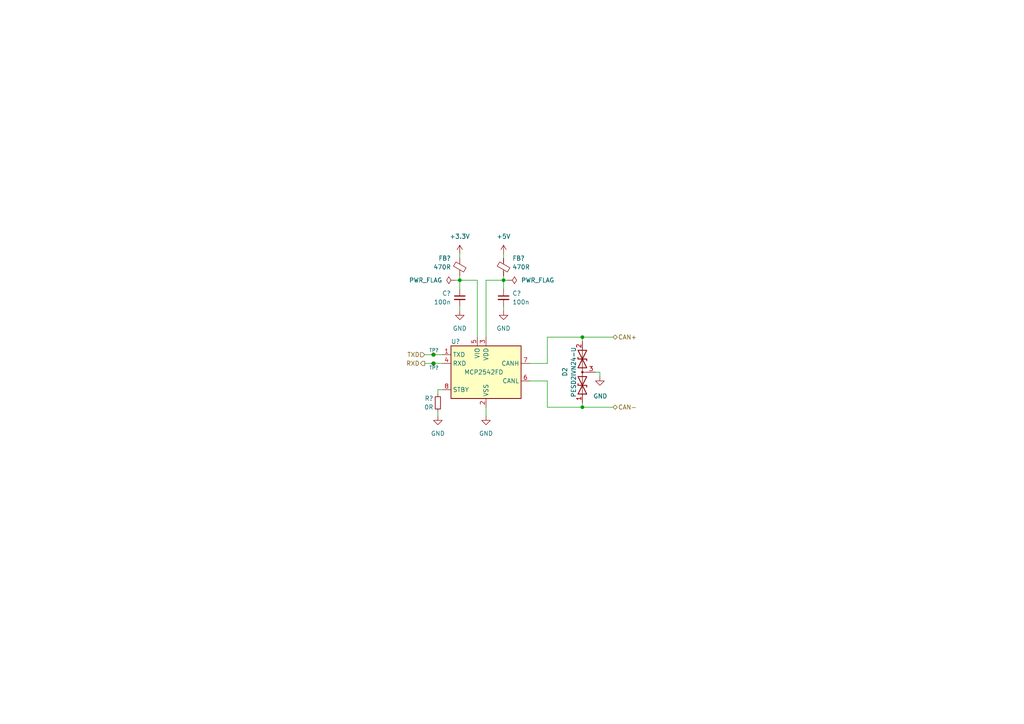
<source format=kicad_sch>
(kicad_sch (version 20230121) (generator eeschema)
  (paper "A4")
  (title_block (title "CAN Transceiver") (date "2023-11-17") (rev "${REVISION}") (company "Author: I. Kajdan") (comment 1 "Reviewer:"))
  (lib_symbols
    (symbol "Connector:TestPoint_Small" (pin_numbers hide) (pin_names (offset 0.762) hide)
      (property "Reference" "TP" (at 0 3.81 0))
      (property "Value" "TestPoint_Small" (at 0 2.032 0))
      (symbol "TestPoint_Small_0_1"
        (circle (center 0 0) (radius 0.508))
      )
      (symbol "TestPoint_Small_1_1"
        (pin passive line (at 0 0 90) (length 0) (name "1") (number "1"))
      )
    )
    (symbol "Device:C_Small" (pin_numbers hide) (pin_names (offset 0.254) hide)
      (property "Reference" "C" (at 0.254 1.778 0))
      (property "Value" "C_Small" (at 0.254 -2.032 0))
      (symbol "C_Small_0_1"
        (polyline (pts (xy -1.524 -0.508) (xy 1.524 -0.508)) (stroke (width 0.3302)))
        (polyline (pts (xy -1.524 0.508) (xy 1.524 0.508)) (stroke (width 0.3048)))
      )
      (symbol "C_Small_1_1"
        (pin passive line (at 0 2.54 270) (length 2.032) (name "~") (number "1"))
        (pin passive line (at 0 -2.54 90) (length 2.032) (name "~") (number "2"))
      )
    )
    (symbol "Device:D_TVS_Dual_AAC" (pin_names (offset 1.016) hide)
      (property "Reference" "D" (at 0 4.445 0))
      (property "Value" "D_TVS_Dual_AAC" (at 0 2.54 0))
      (symbol "D_TVS_Dual_AAC_0_0"
        (polyline (pts (xy 0 -1.27) (xy 0 0)))
      )
      (symbol "D_TVS_Dual_AAC_0_1"
        (polyline (pts (xy -6.35 0) (xy 6.35 0)))
        (polyline (pts (xy -3.302 1.27) (xy -3.81 1.27) (xy -3.81 -1.27) (xy -4.318 -1.27)) (stroke (width 0.254)))
        (polyline (pts (xy 4.318 1.27) (xy 3.81 1.27) (xy 3.81 -1.27) (xy 3.302 -1.27)) (stroke (width 0.254)))
        (polyline (pts (xy -6.35 1.27) (xy -1.27 -1.27) (xy -1.27 1.27) (xy -6.35 -1.27) (xy -6.35 1.27)) (stroke (width 0.254)))
        (polyline (pts (xy 6.35 1.27) (xy 1.27 -1.27) (xy 1.27 1.27) (xy 6.35 -1.27) (xy 6.35 1.27)) (stroke (width 0.254)))
        (circle (center 0 0) (radius 0.254) (fill (type outline)))
      )
      (symbol "D_TVS_Dual_AAC_1_1"
        (pin passive line (at -8.89 0 0) (length 2.54) (name "A1") (number "1"))
        (pin passive line (at 8.89 0 180) (length 2.54) (name "A2") (number "2"))
        (pin passive line (at 0 -3.81 90) (length 2.54) (name "common") (number "3"))
      )
    )
    (symbol "Device:FerriteBead_Small" (pin_numbers hide) (pin_names (offset 0))
      (property "Reference" "FB" (at 1.905 1.27 0))
      (property "Value" "FerriteBead_Small" (at 1.905 -1.27 0))
      (symbol "FerriteBead_Small_0_1"
        (polyline (pts (xy 0 -1.27) (xy 0 -0.7874)))
        (polyline (pts (xy 0 0.889) (xy 0 1.2954)))
        (polyline (pts (xy -1.8288 0.2794) (xy -1.1176 1.4986) (xy 1.8288 -0.2032) (xy 1.1176 -1.4224) (xy -1.8288 0.2794)))
      )
      (symbol "FerriteBead_Small_1_1"
        (pin passive line (at 0 2.54 270) (length 1.27) (name "~") (number "1"))
        (pin passive line (at 0 -2.54 90) (length 1.27) (name "~") (number "2"))
      )
    )
    (symbol "Device:R_Small" (pin_numbers hide) (pin_names (offset 0.254) hide)
      (property "Reference" "R" (at 0.762 0.508 0))
      (property "Value" "R_Small" (at 0.762 -1.016 0))
      (symbol "R_Small_0_1"
        (rectangle (start -0.762 1.778) (end 0.762 -1.778) (stroke (width 0.2032)))
      )
      (symbol "R_Small_1_1"
        (pin passive line (at 0 2.54 270) (length 0.762) (name "~") (number "1"))
        (pin passive line (at 0 -2.54 90) (length 0.762) (name "~") (number "2"))
      )
    )
    (symbol "Interface_CAN_LIN:MCP2542FDxMF"
      (property "Reference" "U" (at -10.16 8.89 0))
      (property "Value" "MCP2542FDxMF" (at 2.54 8.89 0))
      (symbol "MCP2542FDxMF_0_1"
        (rectangle (start -10.16 7.62) (end 10.16 -7.62) (stroke (width 0.254)) (fill (type background)))
      )
      (symbol "MCP2542FDxMF_1_1"
        (pin input line (at -12.7 5.08 0) (length 2.54) (name "TXD") (number "1"))
        (pin power_in line (at 0 -10.16 90) (length 2.54) (name "VSS") (number "2"))
        (pin power_in line (at 0 10.16 270) (length 2.54) (name "VDD") (number "3"))
        (pin output line (at -12.7 2.54 0) (length 2.54) (name "RXD") (number "4"))
        (pin power_in line (at -2.54 10.16 270) (length 2.54) (name "VIO") (number "5"))
        (pin bidirectional line (at 12.7 -2.54 180) (length 2.54) (name "CANL") (number "6"))
        (pin bidirectional line (at 12.7 2.54 180) (length 2.54) (name "CANH") (number "7"))
        (pin input line (at -12.7 -5.08 0) (length 2.54) (name "STBY") (number "8"))
        (pin passive line (at 0 -10.16 90) (length 2.54) hide (name "VSS") (number "9"))
      )
    )
    (symbol "power:+3.3V" (power) (pin_names (offset 0))
      (property "Value" "+3.3V" (at 0 3.556 0))
      (symbol "+3.3V_0_1"
        (polyline (pts (xy -0.762 1.27) (xy 0 2.54)))
        (polyline (pts (xy 0 0) (xy 0 2.54)))
        (polyline (pts (xy 0 2.54) (xy 0.762 1.27)))
      )
      (symbol "+3.3V_1_1"
        (pin power_in line (at 0 0 90) (length 0) hide (name "+3.3V") (number "1"))
      )
    )
    (symbol "power:+5V" (power) (pin_names (offset 0))
      (property "Value" "+5V" (at 0 3.556 0))
      (symbol "+5V_0_1"
        (polyline (pts (xy -0.762 1.27) (xy 0 2.54)))
        (polyline (pts (xy 0 0) (xy 0 2.54)))
        (polyline (pts (xy 0 2.54) (xy 0.762 1.27)))
      )
      (symbol "+5V_1_1"
        (pin power_in line (at 0 0 90) (length 0) hide (name "+5V") (number "1"))
      )
    )
    (symbol "power:GND" (power) (pin_names (offset 0))
      (property "Value" "GND" (at 0 -3.81 0))
      (symbol "GND_0_1"
        (polyline (pts (xy 0 0) (xy 0 -1.27) (xy 1.27 -1.27) (xy 0 -2.54) (xy -1.27 -1.27) (xy 0 -1.27)))
      )
      (symbol "GND_1_1"
        (pin power_in line (at 0 0 270) (length 0) hide (name "GND") (number "1"))
      )
    )
    (symbol "power:PWR_FLAG" (power) (pin_numbers hide) (pin_names (offset 0) hide)
      (property "Value" "PWR_FLAG" (at 0 3.81 0))
      (symbol "PWR_FLAG_0_0"
        (pin power_out line (at 0 0 90) (length 0) (name "pwr") (number "1"))
      )
      (symbol "PWR_FLAG_0_1"
        (polyline (pts (xy 0 0) (xy 0 1.27) (xy -1.016 1.905) (xy 0 2.54) (xy 1.016 1.905) (xy 0 1.27)))
      )
    )
  )
  (junction (at 125.73 102.87))
  (junction (at 168.91 118.11))
  (junction (at 133.35 81.28))
  (junction (at 125.73 105.41))
  (junction (at 146.05 81.28))
  (junction (at 168.91 97.79))
  (wire (pts (xy 158.75 118.11) (xy 168.91 118.11)))
  (wire (pts (xy 132.08 81.28) (xy 133.35 81.28)))
  (wire (pts (xy 140.97 118.11) (xy 140.97 120.65)))
  (wire (pts (xy 133.35 83.82) (xy 133.35 81.28)))
  (wire (pts (xy 127 120.65) (xy 127 119.38)))
  (wire (pts (xy 123.19 105.41) (xy 125.73 105.41)))
  (wire (pts (xy 125.73 102.87) (xy 128.27 102.87)))
  (wire (pts (xy 146.05 83.82) (xy 146.05 81.28)))
  (wire (pts (xy 153.67 110.49) (xy 158.75 110.49)))
  (wire (pts (xy 168.91 118.11) (xy 177.8 118.11)))
  (wire (pts (xy 125.73 105.41) (xy 128.27 105.41)))
  (wire (pts (xy 127 113.03) (xy 128.27 113.03)))
  (wire (pts (xy 146.05 73.66) (xy 146.05 74.93)))
  (wire (pts (xy 172.72 107.95) (xy 173.99 107.95)))
  (wire (pts (xy 140.97 81.28) (xy 140.97 97.79)))
  (wire (pts (xy 173.99 109.22) (xy 173.99 107.95)))
  (wire (pts (xy 138.43 81.28) (xy 138.43 97.79)))
  (wire (pts (xy 153.67 105.41) (xy 158.75 105.41)))
  (wire (pts (xy 133.35 80.01) (xy 133.35 81.28)))
  (wire (pts (xy 158.75 110.49) (xy 158.75 118.11)))
  (wire (pts (xy 133.35 73.66) (xy 133.35 74.93)))
  (wire (pts (xy 133.35 81.28) (xy 138.43 81.28)))
  (wire (pts (xy 168.91 97.79) (xy 168.91 99.06)))
  (wire (pts (xy 140.97 81.28) (xy 146.05 81.28)))
  (wire (pts (xy 146.05 80.01) (xy 146.05 81.28)))
  (wire (pts (xy 123.19 102.87) (xy 125.73 102.87)))
  (wire (pts (xy 168.91 116.84) (xy 168.91 118.11)))
  (wire (pts (xy 158.75 97.79) (xy 168.91 97.79)))
  (wire (pts (xy 147.32 81.28) (xy 146.05 81.28)))
  (wire (pts (xy 158.75 105.41) (xy 158.75 97.79)))
  (wire (pts (xy 127 114.3) (xy 127 113.03)))
  (wire (pts (xy 133.35 90.17) (xy 133.35 88.9)))
  (wire (pts (xy 146.05 90.17) (xy 146.05 88.9)))
  (wire (pts (xy 168.91 97.79) (xy 177.8 97.79)))
  (hierarchical_label "RXD" (shape output) (at 123.19 105.41 180))
  (hierarchical_label "TXD" (shape input) (at 123.19 102.87 180))
  (hierarchical_label "CAN-" (shape bidirectional) (at 177.8 118.11 0))
  (hierarchical_label "CAN+" (shape bidirectional) (at 177.8 97.79 0))
  (symbol (lib_id "power:GND") (at 173.99 109.22 0) (unit 1)
    (property "Reference" "#U?" (effects hide))
    (property "Value" "GND" (at 174.117 114.8842 0))
    (instances (project "rearbox" (path "" (reference "#U?") (unit 1)) (path "" (reference "#U01") (unit 1)) (path "" (reference "#U02") (unit 1))) (project "suspension_tension_meter" (path "" (reference "#U?") (unit 1))))
  )
  (symbol (lib_id "Device:D_TVS_Dual_AAC") (at 168.91 107.95 90) (unit 1)
    (property "Reference" "D2" (at 163.83 109.22 0) (effects (justify left)))
    (property "Value" "PESD2IVN24-U" (at 166.37 107.95 0))
    (property "Footprint" "Package_TO_SOT_SMD:SOT-323_SC-70" (effects hide))
    (instances (project "rearbox" (path "" (reference "D2") (unit 1)) (path "" (reference "D1") (unit 1))))
  )
  (symbol (lib_id "Device:C_Small") (at 133.35 86.36 0) (mirror y) (unit 1)
    (property "Reference" "C?" (at 130.81 85.09 0) (effects (justify left)))
    (property "Value" "100n" (at 130.81 87.63 0) (effects (justify left)))
    (property "Footprint" "Capacitor_SMD:C_0603_1608Metric" (effects hide))
    (instances (project "rearbox" (path "" (reference "C?") (unit 1)) (path "" (reference "C26") (unit 1)) (path "" (reference "C28") (unit 1))))
  )
  (symbol (lib_id "Connector:TestPoint_Small") (at 125.73 102.87 0) (unit 1)
    (property "Reference" "TP?" (at 124.46 101.6 0) (effects (font (size 1 1)) (justify left)))
    (property "Value" "TestPoint_Small" (effects hide))
    (property "Footprint" "TestPoint:TestPoint_Pad_D1.0mm" (effects hide))
    (instances (project "rearbox" (path "" (reference "TP?") (unit 1)) (path "" (reference "TP12") (unit 1)) (path "" (reference "TP14") (unit 1))))
  )
  (symbol (lib_id "power:+3.3V") (at 133.35 73.66 0) (unit 1)
    (property "Reference" "#PWR?" (effects hide))
    (property "Value" "+3.3V" (at 133.35 68.58 0))
    (instances (project "rearbox" (path "" (reference "#PWR?") (unit 1)) (path "" (reference "#PWR060") (unit 1)) (path "" (reference "#PWR066") (unit 1))))
  )
  (symbol (lib_id "power:GND") (at 140.97 120.65 0) (unit 1)
    (property "Reference" "#PWR?" (effects hide))
    (property "Value" "GND" (at 140.97 125.73 0))
    (instances (project "rearbox" (path "" (reference "#PWR?") (unit 1)) (path "" (reference "#PWR062") (unit 1)) (path "" (reference "#PWR068") (unit 1))))
  )
  (symbol (lib_id "Interface_CAN_LIN:MCP2542FDxMF") (at 140.97 107.95 0) (unit 1)
    (property "Reference" "U?" (at 130.81 99.06 0) (effects (justify left)))
    (property "Value" "MCP2542FD" (at 134.62 107.95 0) (effects (justify left)))
    (property "Footprint" "Package_DFN_QFN:DFN-8-1EP_3x3mm_P0.65mm_EP1.55x2.4mm" (effects hide))
    (property "Datasheet" "http://ww1.microchip.com/downloads/en/DeviceDoc/MCP2542FD-4FD-MCP2542WFD-4WFD-Data-Sheet20005514B.pdf" (effects hide))
    (instances (project "rearbox" (path "" (reference "U?") (unit 1)) (path "" (reference "U5") (unit 1)) (path "" (reference "U6") (unit 1))))
  )
  (symbol (lib_id "Connector:TestPoint_Small") (at 125.73 105.41 0) (mirror x) (unit 1)
    (property "Reference" "TP?" (at 124.46 106.68 0) (effects (font (size 1 1)) (justify left)))
    (property "Value" "TestPoint_Small" (effects hide))
    (property "Footprint" "TestPoint:TestPoint_Pad_D1.0mm" (effects hide))
    (instances (project "rearbox" (path "" (reference "TP?") (unit 1)) (path "" (reference "TP13") (unit 1)) (path "" (reference "TP15") (unit 1))))
  )
  (symbol (lib_id "power:GND") (at 133.35 90.17 0) (unit 1)
    (property "Reference" "#PWR?" (effects hide))
    (property "Value" "GND" (at 133.35 95.25 0))
    (instances (project "rearbox" (path "" (reference "#PWR?") (unit 1)) (path "" (reference "#PWR061") (unit 1)) (path "" (reference "#PWR067") (unit 1))))
  )
  (symbol (lib_id "Device:FerriteBead_Small") (at 146.05 77.47 0) (unit 1)
    (property "Reference" "FB?" (at 148.59 74.93 0) (effects (justify left)))
    (property "Value" "470R" (at 148.59 77.47 0) (effects (justify left)))
    (property "Footprint" "Inductor_SMD:L_0603_1608Metric" (effects hide))
    (instances (project "rearbox" (path "" (reference "FB?") (unit 1)) (path "" (reference "FB3") (unit 1)) (path "" (reference "FB5") (unit 1))))
  )
  (symbol (lib_id "power:PWR_FLAG") (at 147.32 81.28 270) (unit 1)
    (property "Reference" "#FLG014" (effects hide))
    (property "Value" "PWR_FLAG" (at 151.13 81.28 90) (effects (justify left)))
    (instances (project "rearbox" (path "" (reference "#FLG014") (unit 1)) (path "" (reference "#FLG012") (unit 1))))
  )
  (symbol (lib_id "power:PWR_FLAG") (at 132.08 81.28 90) (unit 1)
    (property "Reference" "#FLG013" (effects hide))
    (property "Value" "PWR_FLAG" (at 128.27 81.28 90) (effects (justify left)))
    (instances (project "rearbox" (path "" (reference "#FLG013") (unit 1)) (path "" (reference "#FLG011") (unit 1))))
  )
  (symbol (lib_id "power:+5V") (at 146.05 73.66 0) (unit 1)
    (property "Reference" "#PWR063" (effects hide))
    (property "Value" "+5V" (at 146.05 68.58 0))
    (instances (project "rearbox" (path "" (reference "#PWR063") (unit 1)) (path "" (reference "#PWR069") (unit 1))))
  )
  (symbol (lib_id "Device:C_Small") (at 146.05 86.36 0) (unit 1)
    (property "Reference" "C?" (at 148.59 85.09 0) (effects (justify left)))
    (property "Value" "100n" (at 148.59 87.63 0) (effects (justify left)))
    (property "Footprint" "Capacitor_SMD:C_0603_1608Metric" (effects hide))
    (instances (project "rearbox" (path "" (reference "C?") (unit 1)) (path "" (reference "C27") (unit 1)) (path "" (reference "C29") (unit 1))))
  )
  (symbol (lib_id "Device:FerriteBead_Small") (at 133.35 77.47 0) (unit 1)
    (property "Reference" "FB?" (at 130.81 74.93 0) (effects (justify right)))
    (property "Value" "470R" (at 130.81 77.47 0) (effects (justify right)))
    (property "Footprint" "Inductor_SMD:L_0603_1608Metric" (effects hide))
    (instances (project "rearbox" (path "" (reference "FB?") (unit 1)) (path "" (reference "FB2") (unit 1)) (path "" (reference "FB4") (unit 1))))
  )
  (symbol (lib_id "power:GND") (at 146.05 90.17 0) (unit 1)
    (property "Reference" "#PWR?" (effects hide))
    (property "Value" "GND" (at 146.05 95.25 0))
    (instances (project "rearbox" (path "" (reference "#PWR?") (unit 1)) (path "" (reference "#PWR064") (unit 1)) (path "" (reference "#PWR070") (unit 1))))
  )
  (symbol (lib_id "power:GND") (at 127 120.65 0) (unit 1)
    (property "Reference" "#PWR?" (effects hide))
    (property "Value" "GND" (at 127 125.73 0))
    (instances (project "rearbox" (path "" (reference "#PWR?") (unit 1)) (path "" (reference "#PWR059") (unit 1)) (path "" (reference "#PWR065") (unit 1))))
  )
  (symbol (lib_id "Device:R_Small") (at 127 116.84 0) (mirror x) (unit 1)
    (property "Reference" "R?" (at 125.73 115.57 0) (effects (justify right)))
    (property "Value" "0R" (at 125.73 118.11 0) (effects (justify right)))
    (property "Footprint" "Resistor_SMD:R_0603_1608Metric" (effects hide))
    (instances (project "rearbox" (path "" (reference "R?") (unit 1)) (path "" (reference "R?") (unit 1)) (path "" (reference "R130") (unit 1)) (path "" (reference "R140") (unit 1)) (path "" (reference "R7") (unit 1)) (path "" (reference "R6") (unit 1))) (project "apps" (path "" (reference "R?") (unit 1))))
  )
)
</source>
